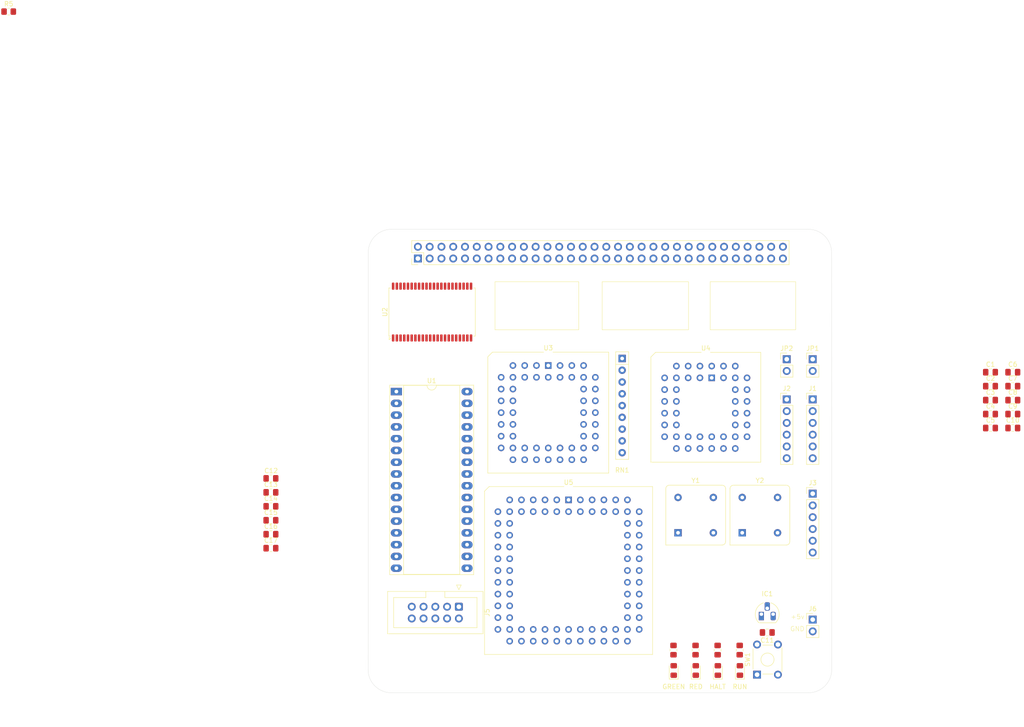
<source format=kicad_pcb>
(kicad_pcb (version 20240108) (generator "pcbnew") (generator_version "8.0")
  (layers (0 "F.Cu" signal) (1 "In1.Cu" power "In1.Cu -GND") (2 "In2.Cu" power "In2.Cu - VCC") (31 "B.Cu" signal) (34 "B.Paste" user) (35 "F.Paste" user) (36 "B.SilkS" user "B.Silkscreen") (37 "F.SilkS" user "F.Silkscreen") (38 "B.Mask" user) (39 "F.Mask" user) (44 "Edge.Cuts" user))
  (net 0 "")
  (net 1 "D5")
  (net 2 "D6")
  (net 3 "D7")
  (net 4 "D4")
  (net 5 "RAMSEL1")
  (net 6 "D2")
  (net 7 "RAMSEL3")
  (net 8 "D3")
  (net 9 "D1")
  (net 10 "RTSA")
  (net 11 "RAMSEL2")
  (net 12 "RTSB")
  (net 13 "RAMSEL4")
  (net 14 "D0")
  (net 15 "TDI")
  (net 16 "TCK")
  (net 17 "A8")
  (net 20 "A4")
  (net 22 "RW")
  (net 25 "A2")
  (net 27 "TMS")
  (net 28 "A19")
  (net 29 "A16")
  (net 30 "WR")
  (net 31 "A3")
  (net 32 "A12")
  (net 33 "A5")
  (net 34 "A1")
  (net 35 "A10")
  (net 36 "A18")
  (net 37 "A7")
  (net 38 "A17")
  (net 39 "A14")
  (net 40 "A9")
  (net 41 "A11")
  (net 42 "A6")
  (net 43 "A13")
  (net 46 "A20")
  (net 47 "A15")
  (net 48 "TDO")
  (net 49 "IPL2")
  (net 50 "BERR")
  (net 51 "IPL0")
  (net 52 "BGACK")
  (net 53 "BR")
  (net 54 "VPA")
  (net 55 "IPL1")
  (net 56 "ROMSEL")
  (net 57 "A0")
  (net 58 "BG")
  (net 59 "DTACK")
  (net 60 "FC2")
  (net 61 "FC0")
  (net 62 "E")
  (net 63 "DS")
  (net 64 "FC1")
  (net 65 "CLK")
  (net 66 "A21")
  (net 67 "AS")
  (net 74 "CTSA")
  (net 77 "CTSB")
  (net 78 "HALT")
  (net 79 "DUAIRQ")
  (net 80 "DUASEL")
  (net 81 "TXDA")
  (net 82 "IRQ2")
  (net 86 "Net-(C12-Pad1)")
  (net 90 "IOSEL")
  (net 93 "IRQ3")
  (net 94 "IRQ5")
  (net 96 "DUAIACK")
  (net 99 "Net-(LED3-A)")
  (net 100 "Net-(LED4-A)")
  (net 101 "IRQ6")
  (net 105 "VCCUA")
  (net 106 "RXDA")
  (net 107 "VCCUB")
  (net 108 "TXDB")
  (net 109 "RXDB")
  (net 110 "SPICS")
  (net 111 "SPICLK")
  (net 112 "SPIMISO")
  (net 113 "SPIMOSI")
  (net 115 "Net-(U4-OP3)")
  (net 116 "Net-(U4-OP5)")
  (net 117 "Net-(U4-X1{slash}CLK)")
  (net 118 "Net-(LED1-A)")
  (net 119 "Net-(LED2-A)")
  (net 120 "GPIO3")
  (net 121 "GPIO2")
  (net 122 "GPIO6")
  (net 123 "VCC")
  (net 125 "GPIO5")
  (net 126 "GPIO0")
  (net 127 "GPIO4")
  (net 128 "GPIO1")
  (net 130 "GPIO7")
  (net 131 "GND")
  (net 134 "Net-(C1-Pad1)")
  (footprint "LED_SMD:LED_0805_2012Metric_Pad1.15x1.40mm_HandSolder" (layer "F.Cu") (at 154.84 143.1 90)
    (property "Reference" "LED3" (hide yes))
    (property "Value" "HALT" (at -3.5 -0.04 180) (layer "F.SilkS"))
    (pad "1" smd roundrect (at -1.025 0 90) (size 1.15 1.4) (layers "F.Cu" "F.Paste" "F.Mask") (roundrect_rratio 0.217391) (net 78 "HALT"))
    (pad "2" smd roundrect (at 1.025 0 90) (size 1.15 1.4) (layers "F.Cu" "F.Paste" "F.Mask") (roundrect_rratio 0.217391) (net 99 "Net-(LED3-A)"))
  )
  (footprint "Package_DIP:DIP-32_W15.24mm_Socket_LongPads" (layer "F.Cu") (at 85.5 82.94)
    (property "Reference" "U1" (at 7.62 -2.33 0) (layer "F.SilkS"))
    (property "Value" "SST39SF040")
    (pad "1" thru_hole rect (at 0 0) (size 2.4 1.6) (drill 0.8) (layers "*.Cu" "*.Mask") (net 36 "A18"))
    (pad "2" thru_hole oval (at 0 2.54) (size 2.4 1.6) (drill 0.8) (layers "*.Cu" "*.Mask") (net 29 "A16"))
    (pad "3" thru_hole oval (at 0 5.08) (size 2.4 1.6) (drill 0.8) (layers "*.Cu" "*.Mask") (net 47 "A15"))
    (pad "4" thru_hole oval (at 0 7.62) (size 2.4 1.6) (drill 0.8) (layers "*.Cu" "*.Mask") (net 32 "A12"))
    (pad "5" thru_hole oval (at 0 10.16) (size 2.4 1.6) (drill 0.8) (layers "*.Cu" "*.Mask") (net 37 "A7"))
    (pad "6" thru_hole oval (at 0 12.7) (size 2.4 1.6) (drill 0.8) (layers "*.Cu" "*.Mask") (net 42 "A6"))
    (pad "7" thru_hole oval (at 0 15.24) (size 2.4 1.6) (drill 0.8) (layers "*.Cu" "*.Mask") (net 33 "A5"))
    (pad "8" thru_hole oval (at 0 17.78) (size 2.4 1.6) (drill 0.8) (layers "*.Cu" "*.Mask") (net 20 "A4"))
    (pad "9" thru_hole oval (at 0 20.32) (size 2.4 1.6) (drill 0.8) (layers "*.Cu" "*.Mask") (net 31 "A3"))
    (pad "10" thru_hole oval (at 0 22.86) (size 2.4 1.6) (drill 0.8) (layers "*.Cu" "*.Mask") (net 25 "A2"))
    (pad "11" thru_hole oval (at 0 25.4) (size 2.4 1.6) (drill 0.8) (layers "*.Cu" "*.Mask") (net 34 "A1"))
    (pad "12" thru_hole oval (at 0 27.94) (size 2.4 1.6) (drill 0.8) (layers "*.Cu" "*.Mask") (net 57 "A0"))
    (pad "13" thru_hole oval (at 0 30.48) (size 2.4 1.6) (drill 0.8) (layers "*.Cu" "*.Mask") (net 14 "D0"))
    (pad "14" thru_hole oval (at 0 33.02) (size 2.4 1.6) (drill 0.8) (layers "*.Cu" "*.Mask") (net 9 "D1"))
    (pad "15" thru_hole oval (at 0 35.56) (size 2.4 1.6) (drill 0.8) (layers "*.Cu" "*.Mask") (net 6 "D2"))
    (pad "16" thru_hole oval (at 0 38.1) (size 2.4 1.6) (drill 0.8) (layers "*.Cu" "*.Mask") (net 131 "GND"))
    (pad "17" thru_hole oval (at 15.24 38.1) (size 2.4 1.6) (drill 0.8) (layers "*.Cu" "*.Mask") (net 8 "D3"))
    (pad "18" thru_hole oval (at 15.24 35.56) (size 2.4 1.6) (drill 0.8) (layers "*.Cu" "*.Mask") (net 4 "D4"))
    (pad "19" thru_hole oval (at 15.24 33.02) (size 2.4 1.6) (drill 0.8) (layers "*.Cu" "*.Mask") (net 1 "D5"))
    (pad "20" thru_hole oval (at 15.24 30.48) (size 2.4 1.6) (drill 0.8) (layers "*.Cu" "*.Mask") (net 2 "D6"))
    (pad "21" thru_hole oval (at 15.24 27.94) (size 2.4 1.6) (drill 0.8) (layers "*.Cu" "*.Mask") (net 3 "D7"))
    (pad "22" thru_hole oval (at 15.24 25.4) (size 2.4 1.6) (drill 0.8) (layers "*.Cu" "*.Mask") (net 56 "ROMSEL"))
    (pad "23" thru_hole oval (at 15.24 22.86) (size 2.4 1.6) (drill 0.8) (layers "*.Cu" "*.Mask") (net 35 "A10"))
    (pad "24" thru_hole oval (at 15.24 20.32) (size 2.4 1.6) (drill 0.8) (layers "*.Cu" "*.Mask") (net 30 "WR"))
    (pad "25" thru_hole oval (at 15.24 17.78) (size 2.4 1.6) (drill 0.8) (layers "*.Cu" "*.Mask") (net 41 "A11"))
    (pad "26" thru_hole oval (at 15.24 15.24) (size 2.4 1.6) (drill 0.8) (layers "*.Cu" "*.Mask") (net 40 "A9"))
    (pad "27" thru_hole oval (at 15.24 12.7) (size 2.4 1.6) (drill 0.8) (layers "*.Cu" "*.Mask") (net 17 "A8"))
    (pad "28" thru_hole oval (at 15.24 10.16) (size 2.4 1.6) (drill 0.8) (layers "*.Cu" "*.Mask") (net 43 "A13"))
    (pad "29" thru_hole oval (at 15.24 7.62) (size 2.4 1.6) (drill 0.8) (layers "*.Cu" "*.Mask") (net 39 "A14"))
    (pad "30" thru_hole oval (at 15.24 5.08) (size 2.4 1.6) (drill 0.8) (layers "*.Cu" "*.Mask") (net 38 "A17"))
    (pad "31" thru_hole oval (at 15.24 2.54) (size 2.4 1.6) (drill 0.8) (layers "*.Cu" "*.Mask") (net 22 "RW"))
    (pad "32" thru_hole oval (at 15.24 0) (size 2.4 1.6) (drill 0.8) (layers "*.Cu" "*.Mask") (net 123 "VCC"))
  )
  (footprint "Connector_PinHeader_2.54mm:PinHeader_1x02_P2.54mm_Vertical" (layer "F.Cu") (at 175.3 75.96)
    (property "Reference" "JP1" (at 0 -2.33 0) (layer "F.SilkS"))
    (property "Value" "Power A")
    (pad "1" thru_hole rect (at 0 0) (size 1.7 1.7) (drill 1) (layers "*.Cu" "*.Mask") (net 105 "VCCUA"))
    (pad "2" thru_hole oval (at 0 2.54) (size 1.7 1.7) (drill 1) (layers "*.Cu" "*.Mask") (net 123 "VCC"))
  )
  (footprint "Package_LCC:PLCC-52_THT-Socket" (layer "F.Cu") (at 118.26 77.32)
    (property "Reference" "U3" (at 0 -3.78 0) (layer "F.SilkS"))
    (property "Value" "MC68008")
    (pad "1" thru_hole rect (at 0 0) (size 1.4224 1.4224) (drill 0.8) (layers "*.Cu" "*.Mask") (net 25 "A2"))
    (pad "2" thru_hole circle (at 0 2.54) (size 1.4224 1.4224) (drill 0.8) (layers "*.Cu" "*.Mask") (net 31 "A3"))
    (pad "3" thru_hole circle (at -2.54 0) (size 1.4224 1.4224) (drill 0.8) (layers "*.Cu" "*.Mask") (net 20 "A4"))
    (pad "4" thru_hole circle (at -2.54 2.54) (size 1.4224 1.4224) (drill 0.8) (layers "*.Cu" "*.Mask") (net 33 "A5"))
    (pad "5" thru_hole circle (at -5.08 0) (size 1.4224 1.4224) (drill 0.8) (layers "*.Cu" "*.Mask") (net 42 "A6"))
    (pad "6" thru_hole circle (at -5.08 2.54) (size 1.4224 1.4224) (drill 0.8) (layers "*.Cu" "*.Mask") (net 37 "A7"))
    (pad "7" thru_hole circle (at -7.62 0) (size 1.4224 1.4224) (drill 0.8) (layers "*.Cu" "*.Mask") (net 17 "A8"))
    (pad "8" thru_hole circle (at -10.16 2.54) (size 1.4224 1.4224) (drill 0.8) (layers "*.Cu" "*.Mask") (net 40 "A9"))
    (pad "9" thru_hole circle (at -7.62 2.54) (size 1.4224 1.4224) (drill 0.8) (layers "*.Cu" "*.Mask") (net 35 "A10"))
    (pad "10" thru_hole circle (at -10.16 5.08) (size 1.4224 1.4224) (drill 0.8) (layers "*.Cu" "*.Mask") (net 41 "A11"))
    (pad "11" thru_hole circle (at -7.62 5.08) (size 1.4224 1.4224) (drill 0.8) (layers "*.Cu" "*.Mask") (net 32 "A12"))
    (pad "12" thru_hole circle (at -10.16 7.62) (size 1.4224 1.4224) (drill 0.8) (layers "*.Cu" "*.Mask") (net 43 "A13"))
    (pad "13" thru_hole circle (at -7.62 7.62) (size 1.4224 1.4224) (drill 0.8) (layers "*.Cu" "*.Mask") (net 66 "A21"))
    (pad "14" thru_hole circle (at -10.16 10.16) (size 1.4224 1.4224) (drill 0.8) (layers "*.Cu" "*.Mask") (net 39 "A14"))
    (pad "15" thru_hole circle (at -7.62 10.16) (size 1.4224 1.4224) (drill 0.8) (layers "*.Cu" "*.Mask") (net 123 "VCC"))
    (pad "16" thru_hole circle (at -10.16 12.7) (size 1.4224 1.4224) (drill 0.8) (layers "*.Cu" "*.Mask") (net 47 "A15"))
    (pad "17" thru_hole circle (at -7.62 12.7) (size 1.4224 1.4224) (drill 0.8) (layers "*.Cu" "*.Mask") (net 131 "GND"))
    (pad "18" thru_hole circle (at -10.16 15.24) (size 1.4224 1.4224) (drill 0.8) (layers "*.Cu" "*.Mask") (net 29 "A16"))
    (pad "19" thru_hole circle (at -7.62 15.24) (size 1.4224 1.4224) (drill 0.8) (layers "*.Cu" "*.Mask") (net 38 "A17"))
    (pad "20" thru_hole circle (at -10.16 17.78) (size 1.4224 1.4224) (drill 0.8) (layers "*.Cu" "*.Mask") (net 36 "A18"))
    (pad "21" thru_hole circle (at -7.62 20.32) (size 1.4224 1.4224) (drill 0.8) (layers "*.Cu" "*.Mask") (net 28 "A19"))
    (pad "22" thru_hole circle (at -7.62 17.78) (size 1.4224 1.4224) (drill 0.8) (layers "*.Cu" "*.Mask") (net 46 "A20"))
    (pad "23" thru_hole circle (at -5.08 20.32) (size 1.4224 1.4224) (drill 0.8) (layers "*.Cu" "*.Mask") (net 3 "D7"))
    (pad "24" thru_hole circle (at -5.08 17.78) (size 1.4224 1.4224) (drill 0.8) (layers "*.Cu" "*.Mask") (net 2 "D6"))
    (pad "25" thru_hole circle (at -2.54 20.32) (size 1.4224 1.4224) (drill 0.8) (layers "*.Cu" "*.Mask") (net 1 "D5"))
    (pad "26" thru_hole circle (at -2.54 17.78) (size 1.4224 1.4224) (drill 0.8) (layers "*.Cu" "*.Mask") (net 4 "D4"))
    (pad "27" thru_hole circle (at 0 20.32) (size 1.4224 1.4224) (drill 0.8) (layers "*.Cu" "*.Mask") (net 8 "D3"))
    (pad "28" thru_hole circle (at 0 17.78) (size 1.4224 1.4224) (drill 0.8) (layers "*.Cu" "*.Mask") (net 6 "D2"))
    (pad "29" thru_hole circle (at 2.54 20.32) (size 1.4224 1.4224) (drill 0.8) (layers "*.Cu" "*.Mask") (net 9 "D1"))
    (pad "30" thru_hole circle (at 2.54 17.78) (size 1.4224 1.4224) (drill 0.8) (layers "*.Cu" "*.Mask") (net 14 "D0"))
    (pad "31" thru_hole circle (at 5.08 20.32) (size 1.4224 1.4224) (drill 0.8) (layers "*.Cu" "*.Mask") (net 67 "AS"))
    (pad "32" thru_hole circle (at 5.08 17.78) (size 1.4224 1.4224) (drill 0.8) (layers "*.Cu" "*.Mask") (net 63 "DS"))
    (pad "33" thru_hole circle (at 7.62 20.32) (size 1.4224 1.4224) (drill 0.8) (layers "*.Cu" "*.Mask") (net 22 "RW"))
    (pad "34" thru_hole circle (at 10.16 17.78) (size 1.4224 1.4224) (drill 0.8) (layers "*.Cu" "*.Mask") (net 59 "DTACK"))
    (pad "35" thru_hole circle (at 7.62 17.78) (size 1.4224 1.4224) (drill 0.8) (layers "*.Cu" "*.Mask") (net 58 "BG"))
    (pad "36" thru_hole circle (at 10.16 15.24) (size 1.4224 1.4224) (drill 0.8) (layers "*.Cu" "*.Mask") (net 52 "BGACK"))
    (pad "37" thru_hole circle (at 7.62 15.24) (size 1.4224 1.4224) (drill 0.8) (layers "*.Cu" "*.Mask") (net 53 "BR"))
    (pad "38" thru_hole circle (at 10.16 12.7) (size 1.4224 1.4224) (drill 0.8) (layers "*.Cu" "*.Mask") (net 65 "CLK"))
    (pad "39" thru_hole circle (at 7.62 12.7) (size 1.4224 1.4224) (drill 0.8) (layers "*.Cu" "*.Mask") (net 131 "GND"))
    (pad "40" thru_hole circle (at 10.16 10.16) (size 1.4224 1.4224) (drill 0.8) (layers "*.Cu" "*.Mask") (net 78 "HALT"))
    (pad "41" thru_hole circle (at 7.62 10.16) (size 1.4224 1.4224) (drill 0.8) (layers "*.Cu" "*.Mask") (net 78 "HALT"))
    (pad "42" thru_hole circle (at 10.16 7.62) (size 1.4224 1.4224) (drill 0.8) (layers "*.Cu" "*.Mask") (net 62 "E"))
    (pad "43" thru_hole circle (at 7.62 7.62) (size 1.4224 1.4224) (drill 0.8) (layers "*.Cu" "*.Mask") (net 54 "VPA"))
    (pad "44" thru_hole circle (at 10.16 5.08) (size 1.4224 1.4224) (drill 0.8) (layers "*.Cu" "*.Mask") (net 50 "BERR"))
    (pad "45" thru_hole circle (at 7.62 5.08) (size 1.4224 1.4224) (drill 0.8) (layers "*.Cu" "*.Mask") (net 55 "IPL1"))
    (pad "46" thru_hole circle (at 10.16 2.54) (size 1.4224 1.4224) (drill 0.8) (layers "*.Cu" "*.Mask") (net 49 "IPL2"))
    (pad "47" thru_hole circle (at 7.62 0) (size 1.4224 1.4224) (drill 0.8) (layers "*.Cu" "*.Mask") (net 51 "IPL0"))
    (pad "48" thru_hole circle (at 7.62 2.54) (size 1.4224 1.4224) (drill 0.8) (layers "*.Cu" "*.Mask") (net 60 "FC2"))
    (pad "49" thru_hole circle (at 5.08 0) (size 1.4224 1.4224) (drill 0.8) (layers "*.Cu" "*.Mask") (net 64 "FC1"))
    (pad "50" thru_hole circle (at 5.08 2.54) (size 1.4224 1.4224) (drill 0.8) (layers "*.Cu" "*.Mask") (net 61 "FC0"))
    (pad "51" thru_hole circle (at 2.54 0) (size 1.4224 1.4224) (drill 0.8) (layers "*.Cu" "*.Mask") (net 57 "A0"))
    (pad "52" thru_hole circle (at 2.54 2.54) (size 1.4224 1.4224) (drill 0.8) (layers "*.Cu" "*.Mask") (net 34 "A1"))
  )
  (footprint "LED_SMD:LED_0805_2012Metric_Pad1.15x1.40mm_HandSolder" (layer "F.Cu") (at 159.6 143.1 90)
    (property "Reference" "LED4" (hide yes))
    (property "Value" "RUN" (at -3.5 0 180) (layer "F.SilkS"))
    (pad "1" smd roundrect (at -1.025 0 90) (size 1.15 1.4) (layers "F.Cu" "F.Paste" "F.Mask") (roundrect_rratio 0.217391) (net 131 "GND"))
    (pad "2" smd roundrect (at 1.025 0 90) (size 1.15 1.4) (layers "F.Cu" "F.Paste" "F.Mask") (roundrect_rratio 0.217391) (net 100 "Net-(LED4-A)"))
  )
  (footprint "Capacitor_SMD:C_0805_2012Metric_Pad1.18x1.45mm_HandSolder" (layer "F.Cu") (at 58.4375 110.7)
    (property "Reference" "C15" (at 0 -1.68 0) (layer "F.SilkS"))
    (property "Value" "100uF")
    (pad "1" smd roundrect (at -1.0375 0) (size 1.175 1.45) (layers "F.Cu" "F.Paste" "F.Mask") (roundrect_rratio 0.212766) (net 86 "Net-(C12-Pad1)"))
    (pad "2" smd roundrect (at 1.0375 0) (size 1.175 1.45) (layers "F.Cu" "F.Paste" "F.Mask") (roundrect_rratio 0.212766) (net 86 "Net-(C12-Pad1)"))
  )
  (footprint "Capacitor_SMD:C_0805_2012Metric_Pad1.18x1.45mm_HandSolder" (layer "F.Cu") (at 213.6525 90.8)
    (property "Reference" "C5" (at 0 -1.68 0) (layer "F.SilkS"))
    (property "Value" "100uF")
    (pad "1" smd roundrect (at -1.0375 0) (size 1.175 1.45) (layers "F.Cu" "F.Paste" "F.Mask") (roundrect_rratio 0.212766) (net 134 "Net-(C1-Pad1)"))
    (pad "2" smd roundrect (at 1.0375 0) (size 1.175 1.45) (layers "F.Cu" "F.Paste" "F.Mask") (roundrect_rratio 0.212766) (net 134 "Net-(C1-Pad1)"))
  )
  (footprint "Connector_PinHeader_2.54mm:PinHeader_2x32_P2.54mm_Vertical" (layer "F.Cu") (at 90.14 54.24 90)
    (property "Reference" "J4" (hide yes))
    (property "Value" "Conn_02x32_Odd_Even")
    (pad "1" thru_hole rect (at 0 0 90) (size 1.7 1.7) (drill 1) (layers "*.Cu" "*.Mask") (net 57 "A0"))
    (pad "2" thru_hole oval (at 2.54 0 90) (size 1.7 1.7) (drill 1) (layers "*.Cu" "*.Mask") (net 123 "VCC"))
    (pad "3" thru_hole oval (at 0 2.54 90) (size 1.7 1.7) (drill 1) (layers "*.Cu" "*.Mask") (net 34 "A1"))
    (pad "4" thru_hole oval (at 2.54 2.54 90) (size 1.7 1.7) (drill 1) (layers "*.Cu" "*.Mask") (net 65 "CLK"))
    (pad "5" thru_hole oval (at 0 5.08 90) (size 1.7 1.7) (drill 1) (layers "*.Cu" "*.Mask") (net 25 "A2"))
    (pad "6" thru_hole oval (at 2.54 5.08 90) (size 1.7 1.7) (drill 1) (layers "*.Cu" "*.Mask") (net 131 "GND"))
    (pad "7" thru_hole oval (at 0 7.62 90) (size 1.7 1.7) (drill 1) (layers "*.Cu" "*.Mask") (net 31 "A3"))
    (pad "8" thru_hole oval (at 2.54 7.62 90) (size 1.7 1.7) (drill 1) (layers "*.Cu" "*.Mask") (net 54 "VPA"))
    (pad "9" thru_hole oval (at 0 10.16 90) (size 1.7 1.7) (drill 1) (layers "*.Cu" "*.Mask") (net 20 "A4"))
    (pad "10" thru_hole oval (at 2.54 10.16 90) (size 1.7 1.7) (drill 1) (layers "*.Cu" "*.Mask") (net 62 "E"))
    (pad "11" thru_hole oval (at 0 12.7 90) (size 1.7 1.7) (drill 1) (layers "*.Cu" "*.Mask") (net 33 "A5"))
    (pad "12" thru_hole oval (at 2.54 12.7 90) (size 1.7 1.7) (drill 1) (layers "*.Cu" "*.Mask"))
    (pad "13" thru_hole oval (at 0 15.24 90) (size 1.7 1.7) (drill 1) (layers "*.Cu" "*.Mask") (net 42 "A6"))
    (pad "14" thru_hole oval (at 2.54 15.24 90) (size 1.7 1.7) (drill 1) (layers "*.Cu" "*.Mask") (net 93 "IRQ3"))
    (pad "15" thru_hole oval (at 0 17.78 90) (size 1.7 1.7) (drill 1) (layers "*.Cu" "*.Mask") (net 37 "A7"))
    (pad "16" thru_hole oval (at 2.54 17.78 90) (size 1.7 1.7) (drill 1) (layers "*.Cu" "*.Mask") (net 90 "IOSEL"))
    (pad "17" thru_hole oval (at 0 20.32 90) (size 1.7 1.7) (drill 1) (layers "*.Cu" "*.Mask") (net 17 "A8"))
    (pad "18" thru_hole oval (at 2.54 20.32 90) (size 1.7 1.7) (drill 1) (layers "*.Cu" "*.Mask"))
    (pad "19" thru_hole oval (at 0 22.86 90) (size 1.7 1.7) (drill 1) (layers "*.Cu" "*.Mask") (net 40 "A9"))
    (pad "20" thru_hole oval (at 2.54 22.86 90) (size 1.7 1.7) (drill 1) (layers "*.Cu" "*.Mask") (net 61 "FC0"))
    (pad "21" thru_hole oval (at 0 25.4 90) (size 1.7 1.7) (drill 1) (layers "*.Cu" "*.Mask") (net 35 "A10"))
    (pad "22" thru_hole oval (at 2.54 25.4 90) (size 1.7 1.7) (drill 1) (layers "*.Cu" "*.Mask") (net 64 "FC1"))
    (pad "23" thru_hole oval (at 0 27.94 90) (size 1.7 1.7) (drill 1) (layers "*.Cu" "*.Mask") (net 41 "A11"))
    (pad "24" thru_hole oval (at 2.54 27.94 90) (size 1.7 1.7) (drill 1) (layers "*.Cu" "*.Mask") (net 60 "FC2"))
    (pad "25" thru_hole oval (at 0 30.48 90) (size 1.7 1.7) (drill 1) (layers "*.Cu" "*.Mask") (net 32 "A12"))
    (pad "26" thru_hole oval (at 2.54 30.48 90) (size 1.7 1.7) (drill 1) (layers "*.Cu" "*.Mask") (net 94 "IRQ5"))
    (pad "27" thru_hole oval (at 0 33.02 90) (size 1.7 1.7) (drill 1) (layers "*.Cu" "*.Mask") (net 43 "A13"))
    (pad "28" thru_hole oval (at 2.54 33.02 90) (size 1.7 1.7) (drill 1) (layers "*.Cu" "*.Mask") (net 82 "IRQ2"))
    (pad "29" thru_hole oval (at 0 35.56 90) (size 1.7 1.7) (drill 1) (layers "*.Cu" "*.Mask") (net 39 "A14"))
    (pad "30" thru_hole oval (at 2.54 35.56 90) (size 1.7 1.7) (drill 1) (layers "*.Cu" "*.Mask") (net 101 "IRQ6"))
    (pad "31" thru_hole oval (at 0 38.1 90) (size 1.7 1.7) (drill 1) (layers "*.Cu" "*.Mask") (net 47 "A15"))
    (pad "32" thru_hole oval (at 2.54 38.1 90) (size 1.7 1.7) (drill 1) (layers "*.Cu" "*.Mask") (net 63 "DS"))
    (pad "33" thru_hole oval (at 0 40.64 90) (size 1.7 1.7) (drill 1) (layers "*.Cu" "*.Mask") (net 29 "A16"))
    (pad "34" thru_hole oval (at 2.54 40.64 90) (size 1.7 1.7) (drill 1) (layers "*.Cu" "*.Mask"))
    (pad "35" thru_hole oval (at 0 43.18 90) (size 1.7 1.7) (drill 1) (layers "*.Cu" "*.Mask") (net 38 "A17"))
    (pad "36" thru_hole oval (at 2.54 43.18 90) (size 1.7 1.7) (drill 1) (layers "*.Cu" "*.Mask") (net 78 "HALT"))
    (pad "37" thru_hole oval (at 0 45.72 90) (size 1.7 1.7) (drill 1) (layers "*.Cu" "*.Mask") (net 36 "A18"))
    (pad "38" thru_hole oval (at 2.54 45.72 90) (size 1.7 1.7) (drill 1) (layers "*.Cu" "*.Mask") (net 126 "GPIO0"))
    (pad "39" thru_hole oval (at 0 48.26 90) (size 1.7 1.7) (drill 1) (layers "*.Cu" "*.Mask") (net 28 "A19"))
    (pad "40" thru_hole oval (at 2.54 48.26 90) (size 1.7 1.7) (drill 1) (layers "*.Cu" "*.Mask") (net 128 "GPIO1"))
    (pad "41" thru_hole oval (at 0 50.8 90) (size 1.7 1.7) (drill 1) (layers "*.Cu" "*.Mask") (net 46 "A20"))
    (pad "42" thru_hole oval (at 2.54 50.8 90) (size 1.7 1.7) (drill 1) (layers "*.Cu" "*.Mask") (net 121 "GPIO2"))
    (pad "43" thru_hole oval (at 0 53.34 90) (size 1.7 1.7) (drill 1) (layers "*.Cu" "*.Mask") (net 66 "A21"))
    (pad "44" thru_hole oval (at 2.54 53.34 90) (size 1.7 1.7) (drill 1) (layers "*.Cu" "*.Mask") (net 120 "GPIO3"))
    (pad "45" thru_hole oval (at 0 55.88 90) (size 1.7 1.7) (drill 1) (layers "*.Cu" "*.Mask"))
    (pad "46" thru_hole oval (at 2.54 55.88 90) (size 1.7 1.7) (drill 1) (layers "*.Cu" "*.Mask") (net 127 "GPIO4"))
    (pad "47" thru_hole oval (at 0 58.42 90) (size 1.7 1.7) (drill 1) (layers "*.Cu" "*.Mask") (net 67 "AS"))
    (pad "48" thru_hole oval (at 2.54 58.42 90) (size 1.7 1.7) (drill 1) (layers "*.Cu" "*.Mask") (net 125 "GPIO5"))
    (pad "49" thru_hole oval (at 0 60.96 90) (size 1.7 1.7) (drill 1) (layers "*.Cu" "*.Mask") (net 50 "BERR"))
    (pad "50" thru_hole oval (at 2.54 60.96 90) (size 1.7 1.7) (drill 1) (layers "*.Cu" "*.Mask") (net 122 "GPIO6"))
    (pad "51" thru_hole oval (at 0 63.5 90) (size 1.7 1.7) (drill 1) (layers "*.Cu" "*.Mask") (net 58 "BG"))
    (pad "52" thru_hole oval (at 2.54 63.5 90) (size 1.7 1.7) (drill 1) (layers "*.Cu" "*.Mask") (net 130 "GPIO7"))
    (pad "53" thru_hole oval (at 0 66.04 90) (size 1.7 1.7) (drill 1) (layers "*.Cu" "*.Mask") (net 52 "BGACK"))
    (pad "54" thru_hole oval (at 2.54 66.04 90) (size 1.7 1.7) (drill 1) (layers "*.Cu" "*.Mask") (net 3 "D7"))
    (pad "55" thru_hole oval (at 0 68.58 90) (size 1.7 1.7) (drill 1) (layers "*.Cu" "*.Mask") (net 53 "BR"))
    (pad "56" thru_hole oval (at 2.54 68.58 90) (size 1.7 1.7) (drill 1) (layers "*.Cu" "*.Mask") (net 2 "D6"))
    (pad "57" thru_hole oval (at 0 71.12 90) (size 1.7 1.7) (drill 1) (layers "*.Cu" "*.Mask") (net 59 "DTACK"))
    (pad "58" thru_hole oval (at 2.54 71.12 90) (size 1.7 1.7) (drill 1) (layers "*.Cu" "*.Mask") (net 1 "D5"))
    (pad "59" thru_hole oval (at 0 73.66 90) (size 1.7 1.7) (drill 1) (layers "*.Cu" "*.Mask") (net 22 "RW"))
    (pad "60" thru_hole oval (at 2.54 73.66 90) (size 1.7 1.7) (drill 1) (layers "*.Cu" "*.Mask") (net 4 "D4"))
    (pad "61" thru_hole oval (at 0 76.2 90) (size 1.7 1.7) (drill 1) (layers "*.Cu" "*.Mask") (net 14 "D0"))
    (pad "62" thru_hole oval (at 2.54 76.2 90) (size 1.7 1.7) (drill 1) (layers "*.Cu" "*.Mask") (net 8 "D3"))
    (pad "63" thru_hole oval (at 0 78.74 90) (size 1.7 1.7) (drill 1) (layers "*.Cu" "*.Mask") (net 9 "D1"))
    (pad "64" thru_hole oval (at 2.54 78.74 90) (size 1.7 1.7) (drill 1) (layers "*.Cu" "*.Mask") (net 6 "D2"))
  )
  (footprint "MountingHole:MountingHole_3.2mm_M3" (layer "F.Cu") (at 84.4 142.9)
    (property "Reference" "H3" (hide yes))
    (property "Value" "MountingHole")
    (pad "" np_thru_hole circle (at 0 0) (size 3.2 3.2) (drill 3.2) (layers "*.Cu" "*.Mask"))
  )
  (footprint "MountingHole:MountingHole_3.2mm_M3" (layer "F.Cu") (at 174.4 53)
    (property "Reference" "H2" (hide yes))
    (property "Value" "MountingHole")
    (pad "" np_thru_hole circle (at 0 0) (size 3.2 3.2) (drill 3.2) (layers "*.Cu" "*.Mask"))
  )
  (footprint "Connector_PinHeader_2.54mm:PinHeader_1x06_P2.54mm_Vertical" (layer "F.Cu") (at 169.7 84.62)
    (property "Reference" "J2" (at 0 -2.33 0) (layer "F.SilkS"))
    (property "Value" "UART B")
    (pad "1" thru_hole rect (at 0 0) (size 1.7 1.7) (drill 1) (layers "*.Cu" "*.Mask") (net 131 "GND"))
    (pad "2" thru_hole oval (at 0 2.54) (size 1.7 1.7) (drill 1) (layers "*.Cu" "*.Mask") (net 12 "RTSB"))
    (pad "3" thru_hole oval (at 0 5.08) (size 1.7 1.7) (drill 1) (layers "*.Cu" "*.Mask") (net 107 "VCCUB"))
    (pad "4" thru_hole oval (at 0 7.62) (size 1.7 1.7) (drill 1) (layers "*.Cu" "*.Mask") (net 109 "RXDB"))
    (pad "5" thru_hole oval (at 0 10.16) (size 1.7 1.7) (drill 1) (layers "*.Cu" "*.Mask") (net 108 "TXDB"))
    (pad "6" thru_hole oval (at 0 12.7) (size 1.7 1.7) (drill 1) (layers "*.Cu" "*.Mask") (net 77 "CTSB"))
  )
  (footprint "Capacitor_SMD:C_0805_2012Metric_Pad1.18x1.45mm_HandSolder" (layer "F.Cu") (at 213.6525 78.76)
    (property "Reference" "C1" (at 0 -1.68 0) (layer "F.SilkS"))
    (property "Value" "100uF")
    (pad "1" smd roundrect (at -1.0375 0) (size 1.175 1.45) (layers "F.Cu" "F.Paste" "F.Mask") (roundrect_rratio 0.212766) (net 134 "Net-(C1-Pad1)"))
    (pad "2" smd roundrect (at 1.0375 0) (size 1.175 1.45) (layers "F.Cu" "F.Paste" "F.Mask") (roundrect_rratio 0.212766) (net 134 "Net-(C1-Pad1)"))
  )
  (footprint "Resistor_SMD:R_0805_2012Metric_Pad1.20x1.40mm_HandSolder" (layer "F.Cu") (at 159.555 138.7 -90)
    (property "Reference" "R4" (hide yes))
    (property "Value" "1K")
    (pad "1" smd roundrect (at -1 0 270) (size 1.2 1.4) (layers "F.Cu" "F.Paste" "F.Mask") (roundrect_rratio 0.208333) (net 78 "HALT"))
    (pad "2" smd roundrect (at 1 0 270) (size 1.2 1.4) (layers "F.Cu" "F.Paste" "F.Mask") (roundrect_rratio 0.208333) (net 100 "Net-(LED4-A)"))
  )
  (footprint "Capacitor_SMD:C_0805_2012Metric_Pad1.18x1.45mm_HandSolder" (layer "F.Cu") (at 58.4375 113.71)
    (property "Reference" "C16" (at 0 -1.68 0) (layer "F.SilkS"))
    (property "Value" "100uF")
    (pad "1" smd roundrect (at -1.0375 0) (size 1.175 1.45) (layers "F.Cu" "F.Paste" "F.Mask") (roundrect_rratio 0.212766) (net 86 "Net-(C12-Pad1)"))
    (pad "2" smd roundrect (at 1.0375 0) (size 1.175 1.45) (layers "F.Cu" "F.Paste" "F.Mask") (roundrect_rratio 0.212766) (net 86 "Net-(C12-Pad1)"))
  )
  (footprint "Resistor_SMD:R_0805_2012Metric_Pad1.20x1.40mm_HandSolder" (layer "F.Cu") (at 1.875 0.975)
    (property "Reference" "R5" (at 0 -1.65 0) (layer "F.SilkS"))
    (property "Value" "10K")
    (pad "1" smd roundrect (at -1 0) (size 1.2 1.4) (layers "F.Cu" "F.Paste" "F.Mask") (roundrect_rratio 0.208333) (net 123 "VCC"))
    (pad "2" smd roundrect (at 1 0) (size 1.2 1.4) (layers "F.Cu" "F.Paste" "F.Mask") (roundrect_rratio 0.208333) (net 54 "VPA"))
  )
  (footprint "MountingHole:MountingHole_3.2mm_M3" (layer "F.Cu") (at 84.4 53)
    (property "Reference" "H1" (hide yes))
    (property "Value" "MountingHole")
    (pad "" np_thru_hole circle (at 0 0) (size 3.2 3.2) (drill 3.2) (layers "*.Cu" "*.Mask"))
  )
  (footprint "Connector_PinHeader_2.54mm:PinHeader_1x06_P2.54mm_Vertical" (layer "F.Cu") (at 175.3 84.62)
    (property "Reference" "J1" (at 0 -2.33 0) (layer "F.SilkS"))
    (property "Value" "UART A")
    (pad "1" thru_hole rect (at 0 0) (size 1.7 1.7) (drill 1) (layers "*.Cu" "*.Mask") (net 131 "GND"))
    (pad "2" thru_hole oval (at 0 2.54) (size 1.7 1.7) (drill 1) (layers "*.Cu" "*.Mask") (net 10 "RTSA"))
    (pad "3" thru_hole oval (at 0 5.08) (size 1.7 1.7) (drill 1) (layers "*.Cu" "*.Mask") (net 105 "VCCUA"))
    (pad "4" thru_hole oval (at 0 7.62) (size 1.7 1.7) (drill 1) (layers "*.Cu" "*.Mask") (net 106 "RXDA"))
    (pad "5" thru_hole oval (at 0 10.16) (size 1.7 1.7) (drill 1) (layers "*.Cu" "*.Mask") (net 81 "TXDA"))
    (pad "6" thru_hole oval (at 0 12.7) (size 1.7 1.7) (drill 1) (layers "*.Cu" "*.Mask") (net 74 "CTSA"))
  )
  (footprint "MountingHole:MountingHole_3.2mm_M3" (layer "F.Cu") (at 174.3 142.9)
    (property "Reference" "H4" (hide yes))
    (property "Value" "MountingHole")
    (pad "" np_thru_hole circle (at 0 0) (size 3.2 3.2) (drill 3.2) (layers "*.Cu" "*.Mask"))
  )
  (footprint "Capacitor_SMD:C_0805_2012Metric_Pad1.18x1.45mm_HandSolder" (layer "F.Cu") (at 218.4625 84.78)
    (property "Reference" "C8" (at 0 -1.68 0) (layer "F.SilkS"))
    (property "Value" "100uF")
    (pad "1" smd roundrect (at -1.0375 0) (size 1.175 1.45) (layers "F.Cu" "F.Paste" "F.Mask") (roundrect_rratio 0.212766) (net 134 "Net-(C1-Pad1)"))
    (pad "2" smd roundrect (at 1.0375 0) (size 1.175 1.45) (layers "F.Cu" "F.Paste" "F.Mask") (roundrect_rratio 0.212766) (net 134 "Net-(C1-Pad1)"))
  )
  (footprint "Capacitor_SMD:C_0805_2012Metric_Pad1.18x1.45mm_HandSolder" (layer "F.Cu") (at 218.4625 87.79)
    (property "Reference" "C9" (at 0 -1.68 0) (layer "F.SilkS"))
    (property "Value" "100uF")
    (pad "1" smd roundrect (at -1.0375 0) (size 1.175 1.45) (layers "F.Cu" "F.Paste" "F.Mask") (roundrect_rratio 0.212766) (net 134 "Net-(C1-Pad1)"))
    (pad "2" smd roundrect (at 1.0375 0) (size 1.175 1.45) (layers "F.Cu" "F.Paste" "F.Mask") (roundrect_rratio 0.212766) (net 134 "Net-(C1-Pad1)"))
  )
  (footprint "Resistor_SMD:R_0805_2012Metric_Pad1.20x1.40mm_HandSolder" (layer "F.Cu") (at 154.795 138.7 -90)
    (property "Reference" "R1" (hide yes))
    (property "Value" "1K")
    (pad "1" smd roundrect (at -1 0 270) (size 1.2 1.4) (layers "F.Cu" "F.Paste" "F.Mask") (roundrect_rratio 0.208333) (net 123 "VCC"))
    (pad "2" smd roundrect (at 1 0 270) (size 1.2 1.4) (layers "F.Cu" "F.Paste" "F.Mask") (roundrect_rratio 0.208333) (net 99 "Net-(LED3-A)"))
  )
  (footprint "Capacitor_SMD:C_0805_2012Metric_Pad1.18x1.45mm_HandSolder" (layer "F.Cu") (at 58.4375 104.68)
    (property "Reference" "C13" (at 0 -1.68 0) (layer "F.SilkS"))
    (property "Value" "100uF")
    (pad "1" smd roundrect (at -1.0375 0) (size 1.175 1.45) (layers "F.Cu" "F.Paste" "F.Mask") (roundrect_rratio 0.212766) (net 86 "Net-(C12-Pad1)"))
    (pad "2" smd roundrect (at 1.0375 0) (size 1.175 1.45) (layers "F.Cu" "F.Paste" "F.Mask") (roundrect_rratio 0.212766) (net 86 "Net-(C12-Pad1)"))
  )
  (footprint "Oscillator:Oscillator_DIP-8" (layer "F.Cu") (at 160.1 113.4)
    (property "Reference" "Y2" (at 3.81 -11.26 0) (layer "F.SilkS"))
    (property "Value" "3.6864MHz")
    (pad "1" thru_hole rect (at 0 0) (size 1.6 1.6) (drill 0.8) (layers "*.Cu" "*.Mask"))
    (pad "4" thru_hole circle (at 7.62 0) (size 1.6 1.6) (drill 0.8) (layers "*.Cu" "*.Mask") (net 131 "GND"))
    (pad "5" thru_hole circle (at 7.62 -7.62) (size 1.6 1.6) (drill 0.8) (layers "*.Cu" "*.Mask") (net 117 "Net-(U4-X1{slash}CLK)"))
    (pad "8" thru_hole circle (at 0 -7.62) (size 1.6 1.6) (drill 0.8) (layers "*.Cu" "*.Mask") (net 123 "VCC"))
  )
  (footprint "Capacitor_SMD:C_0805_2012Metric_Pad1.18x1.45mm_HandSolder" (layer "F.Cu") (at 58.4375 107.69)
    (property "Reference" "C14" (at 0 -1.68 0) (layer "F.SilkS"))
    (property "Value" "100uF")
    (pad "1" smd roundrect (at -1.0375 0) (size 1.175 1.45) (layers "F.Cu" "F.Paste" "F.Mask") (roundrect_rratio 0.212766) (net 86 "Net-(C12-Pad1)"))
    (pad "2" smd roundrect (at 1.0375 0) (size 1.175 1.45) (layers "F.Cu" "F.Paste" "F.Mask") (roundrect_rratio 0.212766) (net 86 "Net-(C12-Pad1)"))
  )
  (footprint "Connector_PinHeader_2.54mm:PinHeader_1x02_P2.54mm_Vertical" (layer "F.Cu") (at 175.3 132.125)
    (property "Reference" "J6" (at 0 -2.33 0) (layer "F.SilkS"))
    (property "Value" "Conn_01x02_Pin")
    (pad "1" thru_hole rect (at 0 0) (size 1.7 1.7) (drill 1) (layers "*.Cu" "*.Mask") (net 123 "VCC"))
    (pad "2" thru_hole oval (at 0 2.54) (size 1.7 1.7) (drill 1) (layers "*.Cu" "*.Mask") (net 131 "GND"))
  )
  (footprint "Capacitor_SMD:C_0805_2012Metric_Pad1.18x1.45mm_HandSolder" (layer "F.Cu") (at 213.6525 81.77)
    (property "Reference" "C2" (at 0 -1.68 0) (layer "F.SilkS"))
    (property "Value" "100uF")
    (pad "1" smd roundrect (at -1.0375 0) (size 1.175 1.45) (layers "F.Cu" "F.Paste" "F.Mask") (roundrect_rratio 0.212766) (net 134 "Net-(C1-Pad1)"))
    (pad "2" smd roundrect (at 1.0375 0) (size 1.175 1.45) (layers "F.Cu" "F.Paste" "F.Mask") (roundrect_rratio 0.212766) (net 134 "Net-(C1-Pad1)"))
  )
  (footprint "Oscillator:Oscillator_DIP-8" (layer "F.Cu") (at 146.253066 113.4)
    (property "Reference" "Y1" (at 3.81 -11.26 0) (layer "F.SilkS"))
    (property "Value" "10MHz")
    (pad "1" thru_hole rect (at 0 0) (size 1.6 1.6) (drill 0.8) (layers "*.Cu" "*.Mask"))
    (pad "4" thru_hole circle (at 7.62 0) (size 1.6 1.6) (drill 0.8) (layers "*.Cu" "*.Mask") (net 131 "GND"))
    (pad "5" thru_hole circle (at 7.62 -7.62) (size 1.6 1.6) (drill 0.8) (layers "*.Cu" "*.Mask") (net 65 "CLK"))
    (pad "8" thru_hole circle (at 0 -7.62) (size 1.6 1.6) (drill 0.8) (layers "*.Cu" "*.Mask") (net 123 "VCC"))
  )
  (footprint "LED_SMD:LED_0805_2012Metric_Pad1.15x1.40mm_HandSolder" (layer "F.Cu") (at 145.32 143.1 90)
    (property "Reference" "LED1" (hide yes))
    (property "Value" "GREEN" (at -3.5 0 180) (layer "F.SilkS"))
    (pad "1" smd roundrect (at -1.025 0 90) (size 1.15 1.4) (layers "F.Cu" "F.Paste" "F.Mask") (roundrect_rratio 0.217391) (net 131 "GND"))
    (pad "2" smd roundrect (at 1.025 0 90) (size 1.15 1.4) (layers "F.Cu" "F.Paste" "F.Mask") (roundrect_rratio 0.217391) (net 118 "Net-(LED1-A)"))
  )
  (footprint "Capacitor_SMD:C_0805_2012Metric_Pad1.18x1.45mm_HandSolder" (layer "F.Cu") (at 218.4625 81.77)
    (property "Reference" "C7" (at 0 -1.68 0) (layer "F.SilkS"))
    (property "Value" "100uF")
    (pad "1" smd roundrect (at -1.0375 0) (size 1.175 1.45) (layers "F.Cu" "F.Paste" "F.Mask") (roundrect_rratio 0.212766) (net 134 "Net-(C1-Pad1)"))
    (pad "2" smd roundrect (at 1.0375 0) (size 1.175 1.45) (layers "F.Cu" "F.Paste" "F.Mask") (roundrect_rratio 0.212766) (net 134 "Net-(C1-Pad1)"))
  )
  (footprint "Resistor_THT:R_Array_SIP9" (layer "F.Cu") (at 134.2 75.8 -90)
    (property "Reference" "RN1" (at 24.1 0 180) (layer "F.SilkS"))
    (property "Value" "R_Network08")
    (pad "1" thru_hole rect (at 0 0 270) (size 1.6 1.6) (drill 0.8) (layers "*.Cu" "*.Mask") (net 123 "VCC"))
    (pad "2" thru_hole oval (at 2.54 0 270) (size 1.6 1.6) (drill 0.8) (layers "*.Cu" "*.Mask") (net 51 "IPL0"))
    (pad "3" thru_hole oval (at 5.08 0 270) (size 1.6 1.6) (drill 0.8) (layers "*.Cu" "*.Mask") (net 55 "IPL1"))
    (pad "4" thru_hole oval (at 7.62 0 270) (size 1.6 1.6) (drill 0.8) (layers "*.Cu" "*.Mask") (net 49 "IPL2"))
    (pad "5" thru_hole oval (at 10.16 0 270) (size 1.6 1.6) (drill 0.8) (layers "*.Cu" "*.Mask") (net 50 "BERR"))
    (pad "6" thru_hole oval (at 12.7 0 270) (size 1.6 1.6) (drill 0.8) (layers "*.Cu" "*.Mask") (net 54 "VPA"))
    (pad "7" thru_hole oval (at 15.24 0 270) (size 1.6 1.6) (drill 0.8) (layers "*.Cu" "*.Mask") (net 52 "BGACK"))
    (pad "8" thru_hole oval (at 17.78 0 270) (size 1.6 1.6) (drill 0.8) (layers "*.Cu" "*.Mask") (net 53 "BR"))
    (pad "9" thru_hole oval (at 20.32 0 270) (size 1.6 1.6) (drill 0.8) (layers "*.Cu" "*.Mask"))
  )
  (footprint "Capacitor_SMD:C_0805_2012Metric_Pad1.18x1.45mm_HandSolder" (layer "F.Cu") (at 213.6525 84.78)
    (property "Reference" "C3" (at 0 -1.68 0) (layer "F.SilkS"))
    (property "Value" "100uF")
    (pad "1" smd roundrect (at -1.0375 0) (size 1.175 1.45) (layers "F.Cu" "F.Paste" "F.Mask") (roundrect_rratio 0.212766) (net 134 "Net-(C1-Pad1)"))
    (pad "2" smd roundrect (at 1.0375 0) (size 1.175 1.45) (layers "F.Cu" "F.Paste" "F.Mask") (roundrect_rratio 0.212766) (net 134 "Net-(C1-Pad1)"))
  )
  (footprint "Resistor_SMD:R_0805_2012Metric_Pad1.20x1.40mm_HandSolder" (layer "F.Cu") (at 150.035 138.7 -90)
    (property "Reference" "R3" (hide yes))
    (property "Value" "1K")
    (pad "1" smd roundrect (at -1 0 270) (size 1.2 1.4) (layers "F.Cu" "F.Paste" "F.Mask") (roundrect_rratio 0.208333) (net 115 "Net-(U4-OP3)"))
    (pad "2" smd roundrect (at 1 0 270) (size 1.2 1.4) (layers "F.Cu" "F.Paste" "F.Mask") (roundrect_rratio 0.208333) (net 119 "Net-(LED2-A)"))
  )
  (footprint "Package_TO_SOT_THT:TO-92_HandSolder" (layer "F.Cu") (at 164.23 130.96)
    (property "Reference" "IC1" (at 1.27 -4.4 0) (layer "F.SilkS"))
    (property "Value" "DS1233-10+")
    (pad "1" thru_hole rect (at 0 0) (size 1.1 1.8) (drill 0.75 (offset 0 0.4)) (layers "*.Cu" "*.Mask") (net 131 "GND"))
    (pad "2" thru_hole roundrect (at 1.27 -1.27) (size 1.1 1.8) (drill 0.75 (offset 0 -0.4)) (layers "*.Cu" "*.Mask") (net 78 "HALT"))
    (pad "3" thru_hole roundrect (at 2.54 0) (size 1.1 1.8) (drill 0.75 (offset 0 0.4)) (layers "*.Cu" "*.Mask") (net 123 "VCC"))
  )
  (footprint "Capacitor_SMD:C_0805_2012Metric_Pad1.18x1.45mm_HandSolder" (layer "F.Cu") (at 58.4375 101.67)
    (property "Reference" "C12" (at 0.0375 -1.65 0) (layer "F.SilkS"))
    (property "Value" "100uF")
    (pad "1" smd roundrect (at -1.0375 0) (size 1.175 1.45) (layers "F.Cu" "F.Paste" "F.Mask") (roundrect_rratio 0.212766) (net 86 "Net-(C12-Pad1)"))
    (pad "2" smd roundrect (at 1.0375 0) (size 1.175 1.45) (layers "F.Cu" "F.Paste" "F.Mask") (roundrect_rratio 0.212766) (net 86 "Net-(C12-Pad1)"))
  )
  (footprint "Capacitor_SMD:C_0805_2012Metric_Pad1.18x1.45mm_HandSolder" (layer "F.Cu") (at 218.4625 90.8)
    (property "Reference" "C10" (at 0 -1.68 0) (layer "F.SilkS"))
    (property "Value" "100uF")
    (pad "1" smd roundrect (at -1.0375 0) (size 1.175 1.45) (layers "F.Cu" "F.Paste" "F.Mask") (roundrect_rratio 0.212766) (net 134 "Net-(C1-Pad1)"))
    (pad "2" smd roundrect (at 1.0375 0) (size 1.175 1.45) (layers "F.Cu" "F.Paste" "F.Mask") (roundrect_rratio 0.212766) (net 134 "Net-(C1-Pad1)"))
  )
  (footprint "Capacitor_SMD:C_0805_2012Metric_Pad1.18x1.45mm_HandSolder" (layer "F.Cu") (at 165.5 134.9 180)
    (property "Reference" "C11" (at 0 -1.68 0) (layer "F.SilkS"))
    (property "Value" "0.01uF")
    (pad "1" smd roundrect (at -1.0375 0 180) (size 1.175 1.45) (layers "F.Cu" "F.Paste" "F.Mask") (roundrect_rratio 0.212766) (net 78 "HALT"))
    (pad "2" smd roundrect (at 1.0375 0 180) (size 1.175 1.45) (layers "F.Cu" "F.Paste" "F.Mask") (roundrect_rratio 0.212766) (net 131 "GND"))
  )
  (footprint "LED_SMD:LED_0805_2012Metric_Pad1.15x1.40mm_HandSolder" (layer "F.Cu") (at 150.08 143.1 90)
    (property "Reference" "LED2" (hide yes))
    (property "Value" "RED" (at -3.5 0.02 180) (layer "F.SilkS"))
    (pad "1" smd roundrect (at -1.025 0 90) (size 1.15 1.4) (layers "F.Cu" "F.Paste" "F.Mask") (roundrect_rratio 0.217391) (net 131 "GND"))
    (pad "2" smd roundrect (at 1.025 0 90) (size 1.15 1.4) (layers "F.Cu" "F.Paste" "F.Mask") (roundrect_rratio 0.217391) (net 119 "Net-(LED2-A)"))
  )
  (footprint "Package_LCC:PLCC-44_THT-Socket" (layer "F.Cu") (at 153.52 79.98)
    (property "Reference" "U4" (at -1.27 -6.4 0) (layer "F.SilkS"))
    (property "Value" "XR68C681")
    (pad "1" thru_hole rect (at 0 0) (size 1.4224 1.4224) (drill 0.8) (layers "*.Cu" "*.Mask"))
    (pad "2" thru_hole circle (at -2.54 -2.54) (size 1.4224 1.4224) (drill 0.8) (layers "*.Cu" "*.Mask") (net 34 "A1"))
    (pad "3" thru_hole circle (at -2.54 0) (size 1.4224 1.4224) (drill 0.8) (layers "*.Cu" "*.Mask") (net 131 "GND"))
    (pad "4" thru_hole circle (at -5.08 -2.54) (size 1.4224 1.4224) (drill 0.8) (layers "*.Cu" "*.Mask") (net 25 "A2"))
    (pad "5" thru_hole circle (at -5.08 0) (size 1.4224 1.4224) (drill 0.8) (layers "*.Cu" "*.Mask") (net 77 "CTSB"))
    (pad "6" thru_hole circle (at -7.62 -2.54) (size 1.4224 1.4224) (drill 0.8) (layers "*.Cu" "*.Mask") (net 31 "A3"))
    (pad "7" thru_hole circle (at -10.16 0) (size 1.4224 1.4224) (drill 0.8) (layers "*.Cu" "*.Mask") (net 20 "A4"))
    (pad "8" thru_hole circle (at -7.62 0) (size 1.4224 1.4224) (drill 0.8) (layers "*.Cu" "*.Mask") (net 74 "CTSA"))
    (pad "9" thru_hole circle (at -10.16 2.54) (size 1.4224 1.4224) (drill 0.8) (layers "*.Cu" "*.Mask") (net 22 "RW"))
    (pad "10" thru_hole circle (at -7.62 2.54) (size 1.4224 1.4224) (drill 0.8) (layers "*.Cu" "*.Mask") (net 59 "DTACK"))
    (pad "11" thru_hole circle (at -10.16 5.08) (size 1.4224 1.4224) (drill 0.8) (layers "*.Cu" "*.Mask") (net 109 "RXDB"))
    (pad "12" thru_hole circle (at -7.62 5.08) (size 1.4224 1.4224) (drill 0.8) (layers "*.Cu" "*.Mask"))
    (pad "13" thru_hole circle (at -10.16 7.62) (size 1.4224 1.4224) (drill 0.8) (layers "*.Cu" "*.Mask") (net 108 "TXDB"))
    (pad "14" thru_hole circle (at -7.62 7.62) (size 1.4224 1.4224) (drill 0.8) (layers "*.Cu" "*.Mask") (net 12 "RTSB"))
    (pad "15" thru_hole circle (at -10.16 10.16) (size 1.4224 1.4224) (drill 0.8) (layers "*.Cu" "*.Mask") (net 115 "Net-(U4-OP3)"))
    (pad "16" thru_hole circle (at -7.62 10.16) (size 1.4224 1.4224) (drill 0.8) (layers "*.Cu" "*.Mask") (net 116 "Net-(U4-OP5)"))
    (pad "17" thru_hole circle (at -10.16 12.7) (size 1.4224 1.4224) (drill 0.8) (layers "*.Cu" "*.Mask"))
    (pad "18" thru_hole circle (at -7.62 15.24) (size 1.4224 1.4224) (drill 0.8) (layers "*.Cu" "*.Mask") (net 9 "D1"))
    (pad "19" thru_hole circle (at -7.62 12.7) (size 1.4224 1.4224) (drill 0.8) (layers "*.Cu" "*.Mask") (net 8 "D3"))
    (pad "20" thru_hole circle (at -5.08 15.24) (size 1.4224 1.4224) (drill 0.8) (layers "*.Cu" "*.Mask") (net 1 "D5"))
    (pad "21" thru_hole circle (at -5.08 12.7) (size 1.4224 1.4224) (drill 0.8) (layers "*.Cu" "*.Mask") (net 3 "D7"))
    (pad "22" thru_hole circle (at -2.54 15.24) (size 1.4224 1.4224) (drill 0.8) (layers "*.Cu" "*.Mask") (net 131 "GND"))
    (pad "23" thru_hole circle (at -2.54 12.7) (size 1.4224 1.4224) (drill 0.8) (layers "*.Cu" "*.Mask"))
    (pad "24" thru_hole circle (at 0 15.24) (size 1.4224 1.4224) (drill 0.8) (layers "*.Cu" "*.Mask") (net 79 "DUAIRQ"))
    (pad "25" thru_hole circle (at 0 12.7) (size 1.4224 1.4224) (drill 0.8) (layers "*.Cu" "*.Mask") (net 2 "D6"))
    (pad "26" thru_hole circle (at 2.54 15.24) (size 1.4224 1.4224) (drill 0.8) (layers "*.Cu" "*.Mask") (net 4 "D4"))
    (pad "27" thru_hole circle (at 2.54 12.7) (size 1.4224 1.4224) (drill 0.8) (layers "*.Cu" "*.Mask") (net 6 "D2"))
    (pad "28" thru_hole circle (at 5.08 15.24) (size 1.4224 1.4224) (drill 0.8) (layers "*.Cu" "*.Mask") (net 14 "D0"))
    (pad "29" thru_hole circle (at 7.62 12.7) (size 1.4224 1.4224) (drill 0.8) (layers "*.Cu" "*.Mask") (net 113 "SPIMOSI"))
    (pad "30" thru_hole circle (at 5.08 12.7) (size 1.4224 1.4224) (drill 0.8) (layers "*.Cu" "*.Mask") (net 111 "SPICLK"))
    (pad "31" thru_hole circle (at 7.62 10.16) (size 1.4224 1.4224) (drill 0.8) (layers "*.Cu" "*.Mask") (net 110 "SPICS"))
    (pad "32" thru_hole circle (at 5.08 10.16) (size 1.4224 1.4224) (drill 0.8) (layers "*.Cu" "*.Mask") (net 10 "RTSA"))
    (pad "33" thru_hole circle (at 7.62 7.62) (size 1.4224 1.4224) (drill 0.8) (layers "*.Cu" "*.Mask") (net 81 "TXDA"))
    (pad "34" thru_hole circle (at 5.08 7.62) (size 1.4224 1.4224) (drill 0.8) (layers "*.Cu" "*.Mask"))
    (pad "35" thru_hole circle (at 7.62 5.08) (size 1.4224 1.4224) (drill 0.8) (layers "*.Cu" "*.Mask") (net 106 "RXDA"))
    (pad "36" thru_hole circle (at 5.08 5.08) (size 1.4224 1.4224) (drill 0.8) (layers "*.Cu" "*.Mask") (net 117 "Net-(U4-X1{slash}CLK)"))
    (pad "37" thru_hole circle (at 7.62 2.54) (size 1.4224 1.4224) (drill 0.8) (layers "*.Cu" "*.Mask"))
    (pad "38" thru_hole circle (at 5.08 2.54) (size 1.4224 1.4224) (drill 0.8) (layers "*.Cu" "*.Mask") (net 78 "HALT"))
    (pad "39" thru_hole circle (at 7.62 0) (size 1.4224 1.4224) (drill 0.8) (layers "*.Cu" "*.Mask") (net 80 "DUASEL"))
    (pad "40" thru_hole circle (at 5.08 -2.54) (size 1.4224 1.4224) (drill 0.8) (layers "*.Cu" "*.Mask") (net 112 "SPIMISO"))
    (pad "41" thru_hole circle (at 5.08 0) (size 1.4224 1.4224) (drill 0.8) (layers "*.Cu" "*.Mask") (net 96 "DUAIACK"))
    (pad "42" thru_hole circle (at 2.54 -2.54) (size 1.4224 1.4224) (drill 0.8) (layers "*.Cu" "*.Mask") (net 131 "GND"))
    (pad "43" thru_hole circle (at 2.54 0) (size 1.4224 1.4224) (drill 0.8) (layers "*.Cu" "*.Mask") (net 131 "GND"))
    (pad "44" thru_hole circle (at 0 -2.54) (size 1.4224 1.4224) (drill 0.8) (layers "*.Cu" "*.Mask") (net 123 "VCC"))
  )
  (footprint "Capacitor_SMD:C_0805_2012Metric_Pad1.18x1.45mm_HandSolder" (layer "F.Cu") (at 58.4375 116.72)
    (property "Reference" "C17" (at 0 -1.68 0) (layer "F.SilkS"))
    (property "Value" "100uF")
    (pad "1" smd roundrect (at -1.0375 0) (size 1.175 1.45) (layers "F.Cu" "F.Paste" "F.Mask") (roundrect_rratio 0.212766) (net 86 "Net-(C12-Pad1)"))
    (pad "2" smd roundrect (at 1.0375 0) (size 1.175 1.45) (layers "F.Cu" "F.Paste" "F.Mask") (roundrect_rratio 0.212766) (net 86 "Net-(C12-Pad1)"))
  )
  (footprint "Package_SO:TSOP-II-44_10.16x18.41mm_P0.8mm" (layer "F.Cu") (at 93.2 65.7875 90)
    (property "Reference" "U2" (at 0 -10.16 90) (layer "F.SilkS"))
    (property "Value" "AS6C8008-55ZIN")
    (pad "1" smd roundrect (at -5.5875 -8.4 90) (size 1.525 0.55) (layers "F.Cu" "F.Paste" "F.Mask") (net 33 "A5"))
    (pad "2" smd roundrect (at -5.5875 -7.6 90) (size 1.525 0.55) (layers "F.Cu" "F.Paste" "F.Mask") (net 20 "A4"))
    (pad "3" smd roundrect (at -5.5875 -6.8 90) (size 1.525 0.55) (layers "F.Cu" "F.Paste" "F.Mask") (net 31 "A3"))
    (pad "4" smd roundrect (at -5.5875 -6 90) (size 1.525 0.55) (layers "F.Cu" "F.Paste" "F.Mask") (net 25 "A2"))
    (pad "5" smd roundrect (at -5.5875 -5.2 90) (size 1.525 0.55) (layers "F.Cu" "F.Paste" "F.Mask") (net 34 "A1"))
    (pad "6" smd roundrect (at -5.5875 -4.4 90) (size 1.525 0.55) (layers "F.Cu" "F.Paste" "F.Mask") (net 5 "RAMSEL1"))
    (pad "7" smd roundrect (at -5.5875 -3.6 90) (size 1.525 0.55) (layers "F.Cu" "F.Paste" "F.Mask"))
    (pad "8" smd roundrect (at -5.5875 -2.8 90) (size 1.525 0.55) (layers "F.Cu" "F.Paste" "F.Mask"))
    (pad "9" smd roundrect (at -5.5875 -2 90) (size 1.525 0.55) (layers "F.Cu" "F.Paste" "F.Mask") (net 14 "D0"))
    (pad "10" smd roundrect (at -5.5875 -1.2 90) (size 1.525 0.55) (layers "F.Cu" "F.Paste" "F.Mask") (net 9 "D1"))
    (pad "11" smd roundrect (at -5.5875 -0.4 90) (size 1.525 0.55) (layers "F.Cu" "F.Paste" "F.Mask") (net 123 "VCC"))
    (pad "12" smd roundrect (at -5.5875 0.4 90) (size 1.525 0.55) (layers "F.Cu" "F.Paste" "F.Mask") (net 131 "GND"))
    (pad "13" smd roundrect (at -5.5875 1.2 90) (size 1.525 0.55) (layers "F.Cu" "F.Paste" "F.Mask") (net 6 "D2"))
    (pad "14" smd roundrect (at -5.5875 2 90) (size 1.525 0.55) (layers "F.Cu" "F.Paste" "F.Mask") (net 8 "D3"))
    (pad "15" smd roundrect (at -5.5875 2.8 90) (size 1.525 0.55) (layers "F.Cu" "F.Paste" "F.Mask"))
    (pad "16" smd roundrect (at -5.5875 3.6 90) (size 1.525 0.55) (layers "F.Cu" "F.Paste" "F.Mask"))
    (pad "17" smd roundrect (at -5.5875 4.4 90) (size 1.525 0.55) (layers "F.Cu" "F.Paste" "F.Mask") (net 22 "RW"))
    (pad "18" smd roundrect (at -5.5875 5.2 90) (size 1.525 0.55) (layers "F.Cu" "F.Paste" "F.Mask") (net 46 "A20"))
    (pad "19" smd roundrect (at -5.5875 6 90) (size 1.525 0.55) (layers "F.Cu" "F.Paste" "F.Mask") (net 28 "A19"))
    (pad "20" smd roundrect (at -5.5875 6.8 90) (size 1.525 0.55) (layers "F.Cu" "F.Paste" "F.Mask") (net 36 "A18"))
    (pad "21" smd roundrect (at -5.5875 7.6 90) (size 1.525 0.55) (layers "F.Cu" "F.Paste" "F.Mask") (net 38 "A17"))
    (pad "22" smd roundrect (at -5.5875 8.4 90) (size 1.525 0.55) (layers "F.Cu" "F.Paste" "F.Mask") (net 29 "A16"))
    (pad "23" smd roundrect (at 5.5875 8.4 90) (size 1.525 0.55) (layers "F.Cu" "F.Paste" "F.Mask") (net 47 "A15"))
    (pad "24" smd roundrect (at 5.5875 7.6 90) (size 1.525 0.55) (layers "F.Cu" "F.Paste" "F.Mask") (net 39 "A14"))
    (pad "25" smd roundrect (at 5.5875 6.8 90) (size 1.525 0.55) (layers "F.Cu" "F.Paste" "F.Mask") (net 43 "A13"))
    (pad "26" smd roundrect (at 5.5875 6 90) (size 1.525 0.55) (layers "F.Cu" "F.Paste" "F.Mask") (net 32 "A12"))
    (pad "27" smd roundrect (at 5.5875 5.2 90) (size 1.525 0.55) (layers "F.Cu" "F.Paste" "F.Mask") (net 41 "A11"))
    (pad "28" smd roundrect (at 5.5875 4.4 90) (size 1.525 0.55) (layers "F.Cu" "F.Paste" "F.Mask") (net 35 "A10"))
    (pad "29" smd roundrect (at 5.5875 3.6 90) (size 1.525 0.55) (layers "F.Cu" "F.Paste" "F.Mask"))
    (pad "30" smd roundrect (at 5.5875 2.8 90) (size 1.525 0.55) (layers "F.Cu" "F.Paste" "F.Mask"))
    (pad "31" smd roundrect (at 5.5875 2 90) (size 1.525 0.55) (layers "F.Cu" "F.Paste" "F.Mask") (net 4 "D4"))
    (pad "32" smd roundrect (at 5.5875 1.2 90) (size 1.525 0.55) (layers "F.Cu" "F.Paste" "F.Mask") (net 1 "D5"))
    (pad "33" smd roundrect (at 5.5875 0.4 90) (size 1.525 0.55) (layers "F.Cu" "F.Paste" "F.Mask") (net 123 "VCC"))
    (pad "34" smd roundrect (at 5.5875 -0.4 90) (size 1.525 0.55) (layers "F.Cu" "F.Paste" "F.Mask") (net 131 "GND"))
    (pad "35" smd roundrect (at 5.5875 -1.2 90) (size 1.525 0.55) (layers "F.Cu" "F.Paste" "F.Mask") (net 2 "D6"))
    (pad "36" smd roundrect (at 5.5875 -2 90) (size 1.525 0.55) (layers "F.Cu" "F.Paste" "F.Mask") (net 3 "D7"))
    (pad "37" smd roundrect (at 5.5875 -2.8 90) (size 1.525 0.55) (layers "F.Cu" "F.Paste" "F.Mask"))
    (pad "38" smd roundrect (at 5.5875 -3.6 90) (size 1.525 0.55) (layers "F.Cu" "F.Paste" "F.Mask"))
    (pad "39" smd roundrect (at 5.5875 -4.4 90) (size 1.525 0.55) (layers "F.Cu" "F.Paste" "F.Mask") (net 40 "A9"))
    (pad "40" smd roundrect (at 5.5875 -5.2 90) (size 1.525 0.55) (layers "F.Cu" "F.Paste" "F.Mask") (net 123 "VCC"))
    (pad "41" smd roundrect (at 5.5875 -6 90) (size 1.525 0.55) (layers "F.Cu" "F.Paste" "F.Mask") (net 30 "WR"))
    (pad "42" smd roundrect (at 5.5875 -6.8 90) (size 1.525 0.55) (layers "F.Cu" "F.Paste" "F.Mask") (net 17 "A8"))
    (pad "43" smd roundrect (at 5.5875 -7.6 90) (size 1.525 0.55) (layers "F.Cu" "F.Paste" "F.Mask") (net 37 "A7"))
    (pad "44" smd roundrect (at 5.5875 -8.4 90) (size 1.525 0.55) (layers "F.Cu" "F.Paste" "F.Mask") (net 42 "A6"))
  )
  (footprint "Connector_PinHeader_2.54mm:PinHeader_1x06_P2.54mm_Vertical" (layer "F.Cu") (at 175.3 104.96)
    (property "Reference" "J3" (at 0 -2.33 0) (layer "F.SilkS"))
    (property "Value" "SD CARD")
    (pad "1" thru_hole rect (at 0 0) (size 1.7 1.7) (drill 1) (layers "*.Cu" "*.Mask") (net 110 "SPICS"))
    (pad "2" thru_hole oval (at 0 2.54) (size 1.7 1.7) (drill 1) (layers "*.Cu" "*.Mask") (net 111 "SPICLK"))
    (pad "3" thru_hole oval (at 0 5.08) (size 1.7 1.7) (drill 1) (layers "*.Cu" "*.Mask") (net 113 "SPIMOSI"))
    (pad "4" thru_hole oval (at 0 7.62) (size 1.7 1.7) (drill 1) (layers "*.Cu" "*.Mask") (net 112 "SPIMISO"))
    (pad "5" thru_hole oval (at 0 10.16) (size 1.7 1.7) (drill 1) (layers "*.Cu" "*.Mask") (net 123 "VCC"))
    (pad "6" thru_hole oval (at 0 12.7) (size 1.7 1.7) (drill 1) (layers "*.Cu" "*.Mask") (net 131 "GND"))
  )
  (footprint "Package_LCC:PLCC-84_THT-Socket" (layer "F.Cu") (at 122.64 106.3)
    (property "Reference" "U5" (at 0 -3.77 0) (layer "F.SilkS"))
    (property "Value" "ATF1508")
    (pad "1" thru_hole rect (at 0 0) (size 1.4224 1.4224) (drill 0.8) (layers "*.Cu" "*.Mask") (net 78 "HALT"))
    (pad "2" thru_hole circle (at 0 2.54) (size 1.4224 1.4224) (drill 0.8) (layers "*.Cu" "*.Mask") (net 32 "A12"))
    (pad "3" thru_hole circle (at -2.54 0) (size 1.4224 1.4224) (drill 0.8) (layers "*.Cu" "*.Mask") (net 123 "VCC"))
    (pad "4" thru_hole circle (at -2.54 2.54) (size 1.4224 1.4224) (drill 0.8) (layers "*.Cu" "*.Mask") (net 28 "A19"))
    (pad "5" thru_hole circle (at -5.08 0) (size 1.4224 1.4224) (drill 0.8) (layers "*.Cu" "*.Mask") (net 39 "A14"))
    (pad "6" thru_hole circle (at -5.08 2.54) (size 1.4224 1.4224) (drill 0.8) (layers "*.Cu" "*.Mask") (net 66 "A21"))
    (pad "7" thru_hole circle (at -7.62 0) (size 1.4224 1.4224) (drill 0.8) (layers "*.Cu" "*.Mask") (net 131 "GND"))
    (pad "8" thru_hole circle (at -7.62 2.54) (size 1.4224 1.4224) (drill 0.8) (layers "*.Cu" "*.Mask") (net 29 "A16"))
    (pad "9" thru_hole circle (at -10.16 0) (size 1.4224 1.4224) (drill 0.8) (layers "*.Cu" "*.Mask") (net 46 "A20"))
    (pad "10" thru_hole circle (at -10.16 2.54) (size 1.4224 1.4224) (drill 0.8) (layers "*.Cu" "*.Mask"))
    (pad "11" thru_hole circle (at -12.7 0) (size 1.4224 1.4224) (drill 0.8) (layers "*.Cu" "*.Mask"))
    (pad "12" thru_hole circle (at -15.24 2.54) (size 1.4224 1.4224) (drill 0.8) (layers "*.Cu" "*.Mask") (net 17 "A8"))
    (pad "13" thru_hole circle (at -12.7 2.54) (size 1.4224 1.4224) (drill 0.8) (layers "*.Cu" "*.Mask") (net 123 "VCC"))
    (pad "14" thru_hole circle (at -15.24 5.08) (size 1.4224 1.4224) (drill 0.8) (layers "*.Cu" "*.Mask") (net 15 "TDI"))
    (pad "15" thru_hole circle (at -12.7 5.08) (size 1.4224 1.4224) (drill 0.8) (layers "*.Cu" "*.Mask") (net 35 "A10"))
    (pad "16" thru_hole circle (at -15.24 7.62) (size 1.4224 1.4224) (drill 0.8) (layers "*.Cu" "*.Mask") (net 47 "A15"))
    (pad "17" thru_hole circle (at -12.7 7.62) (size 1.4224 1.4224) (drill 0.8) (layers "*.Cu" "*.Mask") (net 43 "A13"))
    (pad "18" thru_hole circle (at -15.24 10.16) (size 1.4224 1.4224) (drill 0.8) (layers "*.Cu" "*.Mask") (net 36 "A18"))
    (pad "19" thru_hole circle (at -12.7 10.16) (size 1.4224 1.4224) (drill 0.8) (layers "*.Cu" "*.Mask") (net 131 "GND"))
    (pad "20" thru_hole circle (at -15.24 12.7) (size 1.4224 1.4224) (drill 0.8) (layers "*.Cu" "*.Mask") (net 37 "A7"))
    (pad "21" thru_hole circle (at -12.7 12.7) (size 1.4224 1.4224) (drill 0.8) (layers "*.Cu" "*.Mask") (net 41 "A11"))
    (pad "22" thru_hole circle (at -15.24 15.24) (size 1.4224 1.4224) (drill 0.8) (layers "*.Cu" "*.Mask") (net 40 "A9"))
    (pad "23" thru_hole circle (at -12.7 15.24) (size 1.4224 1.4224) (drill 0.8) (layers "*.Cu" "*.Mask") (net 27 "TMS"))
    (pad "24" thru_hole circle (at -15.24 17.78) (size 1.4224 1.4224) (drill 0.8) (layers "*.Cu" "*.Mask") (net 42 "A6"))
    (pad "25" thru_hole circle (at -12.7 17.78) (size 1.4224 1.4224) (drill 0.8) (layers "*.Cu" "*.Mask") (net 31 "A3"))
    (pad "26" thru_hole circle (at -15.24 20.32) (size 1.4224 1.4224) (drill 0.8) (layers "*.Cu" "*.Mask") (net 123 "VCC"))
    (pad "27" thru_hole circle (at -12.7 20.32) (size 1.4224 1.4224) (drill 0.8) (layers "*.Cu" "*.Mask") (net 25 "A2"))
    (pad "28" thru_hole circle (at -15.24 22.86) (size 1.4224 1.4224) (drill 0.8) (layers "*.Cu" "*.Mask") (net 34 "A1"))
    (pad "29" thru_hole circle (at -12.7 22.86) (size 1.4224 1.4224) (drill 0.8) (layers "*.Cu" "*.Mask") (net 57 "A0"))
    (pad "30" thru_hole circle (at -15.24 25.4) (size 1.4224 1.4224) (drill 0.8) (layers "*.Cu" "*.Mask") (net 82 "IRQ2"))
    (pad "31" thru_hole circle (at -12.7 25.4) (size 1.4224 1.4224) (drill 0.8) (layers "*.Cu" "*.Mask") (net 93 "IRQ3"))
    (pad "32" thru_hole circle (at -15.24 27.94) (size 1.4224 1.4224) (drill 0.8) (layers "*.Cu" "*.Mask") (net 131 "GND"))
    (pad "33" thru_hole circle (at -12.7 30.48) (size 1.4224 1.4224) (drill 0.8) (layers "*.Cu" "*.Mask") (net 94 "IRQ5"))
    (pad "34" thru_hole circle (at -12.7 27.94) (size 1.4224 1.4224) (drill 0.8) (layers "*.Cu" "*.Mask") (net 101 "IRQ6"))
    (pad "35" thru_hole circle (at -10.16 30.48) (size 1.4224 1.4224) (drill 0.8) (layers "*.Cu" "*.Mask") (net 126 "GPIO0"))
    (pad "36" thru_hole circle (at -10.16 27.94) (size 1.4224 1.4224) (drill 0.8) (layers "*.Cu" "*.Mask") (net 128 "GPIO1"))
    (pad "37" thru_hole circle (at -7.62 30.48) (size 1.4224 1.4224) (drill 0.8) (layers "*.Cu" "*.Mask") (net 121 "GPIO2"))
    (pad "38" thru_hole circle (at -7.62 27.94) (size 1.4224 1.4224) (drill 0.8) (layers "*.Cu" "*.Mask") (net 123 "VCC"))
    (pad "39" thru_hole circle (at -5.08 30.48) (size 1.4224 1.4224) (drill 0.8) (layers "*.Cu" "*.Mask") (net 120 "GPIO3"))
    (pad "40" thru_hole circle (at -5.08 27.94) (size 1.4224 1.4224) (drill 0.8) (layers "*.Cu" "*.Mask") (net 127 "GPIO4"))
    (pad "41" thru_hole circle (at -2.54 30.48) (size 1.4224 1.4224) (drill 0.8) (layers "*.Cu" "*.Mask") (net 125 "GPIO5"))
    (pad "42" thru_hole circle (at -2.54 27.94) (size 1.4224 1.4224) (drill 0.8) (layers "*.Cu" "*.Mask") (net 131 "GND"))
    (pad "43" thru_hole circle (at 0 30.48) (size 1.4224 1.4224) (drill 0.8) (layers "*.Cu" "*.Mask") (net 123 "VCC"))
    (pad "44" thru_hole circle (at 0 27.94) (size 1.4224 1.4224) (drill 0.8) (layers "*.Cu" "*.Mask") (net 56 "ROMSEL"))
    (pad "45" thru_hole circle (at 2.54 30.48) (size 1.4224 1.4224) (drill 0.8) (layers "*.Cu" "*.Mask") (net 5 "RAMSEL1"))
    (pad "46" thru_hole circle (at 2.54 27.94) (size 1.4224 1.4224) (drill 0.8) (layers "*.Cu" "*.Mask") (net 11 "RAMSEL2"))
    (pad "47" thru_hole circle (at 5.08 30.48) (size 1.4224 1.4224) (drill 0.8) (layers "*.Cu" "*.Mask") (net 131 "GND"))
    (pad "48" thru_hole circle (at 5.08 27.94) (size 1.4224 1.4224) (drill 0.8) (layers "*.Cu" "*.Mask") (net 7 "RAMSEL3"))
    (pad "49" thru_hole circle (at 7.62 30.48) (size 1.4224 1.4224) (drill 0.8) (layers "*.Cu" "*.Mask") (net 13 "RAMSEL4"))
    (pad "50" thru_hole circle (at 7.62 27.94) (size 1.4224 1.4224) (drill 0.8) (layers "*.Cu" "*.Mask") (net 90 "IOSEL"))
    (pad "51" thru_hole circle (at 10.16 30.48) (size 1.4224 1.4224) (drill 0.8) (layers "*.Cu" "*.Mask") (net 30 "WR"))
    (pad "52" thru_hole circle (at 10.16 27.94) (size 1.4224 1.4224) (drill 0.8) (layers "*.Cu" "*.Mask") (net 122 "GPIO6"))
    (pad "53" thru_hole circle (at 12.7 30.48) (size 1.4224 1.4224) (drill 0.8) (layers "*.Cu" "*.Mask") (net 123 "VCC"))
    (pad "54" thru_hole circle (at 15.24 27.94) (size 1.4224 1.4224) (drill 0.8) (layers "*.Cu" "*.Mask") (net 80 "DUASEL"))
    (pad "55" thru_hole circle (at 12.7 27.94) (size 1.4224 1.4224) (drill 0.8) (layers "*.Cu" "*.Mask") (net 79 "DUAIRQ"))
    (pad "56" thru_hole circle (at 15.24 25.4) (size 1.4224 1.4224) (drill 0.8) (layers "*.Cu" "*.Mask") (net 59 "DTACK"))
    (pad "57" thru_hole circle (at 12.7 25.4) (size 1.4224 1.4224) (drill 0.8) (layers "*.Cu" "*.Mask") (net 130 "GPIO7"))
    (pad "58" thru_hole circle (at 15.24 22.86) (size 1.4224 1.4224) (drill 0.8) (layers "*.Cu" "*.Mask"))
    (pad "59" thru_hole circle (at 12.7 22.86) (size 1.4224 1.4224) (drill 0.8) (layers "*.Cu" "*.Mask") (net 131 "GND"))
    (pad "60" thru_hole circle (at 15.24 20.32) (size 1.4224 1.4224) (drill 0.8) (layers "*.Cu" "*.Mask"))
    (pad "61" thru_hole circle (at 12.7 20.32) (size 1.4224 1.4224) (drill 0.8) (layers "*.Cu" "*.Mask") (net 63 "DS"))
    (pad "62" thru_hole circle (at 15.24 17.78) (size 1.4224 1.4224) (drill 0.8) (layers "*.Cu" "*.Mask") (net 16 "TCK"))
    (pad "63" thru_hole circle (at 12.7 17.78) (size 1.4224 1.4224) (drill 0.8) (layers "*.Cu" "*.Mask"))
    (pad "64" thru_hole circle (at 15.24 15.24) (size 1.4224 1.4224) (drill 0.8) (layers "*.Cu" "*.Mask"))
    (pad "65" thru_hole circle (at 12.7 15.24) (size 1.4224 1.4224) (drill 0.8) (layers "*.Cu" "*.Mask") (net 96 "DUAIACK"))
    (pad "66" thru_hole circle (at 15.24 12.7) (size 1.4224 1.4224) (drill 0.8) (layers "*.Cu" "*.Mask") (net 123 "VCC"))
    (pad "67" thru_hole circle (at 12.7 12.7) (size 1.4224 1.4224) (drill 0.8) (layers "*.Cu" "*.Mask"))
    (pad "68" thru_hole circle (at 15.24 10.16) (size 1.4224 1.4224) (drill 0.8) (layers "*.Cu" "*.Mask"))
    (pad "69" thru_hole circle (at 12.7 10.16) (size 1.4224 1.4224) (drill 0.8) (layers "*.Cu" "*.Mask"))
    (pad "70" thru_hole circle (at 15.24 7.62) (size 1.4224 1.4224) (drill 0.8) (layers "*.Cu" "*.Mask") (net 50 "BERR"))
    (pad "71" thru_hole circle (at 12.7 7.62) (size 1.4224 1.4224) (drill 0.8) (layers "*.Cu" "*.Mask") (net 48 "TDO"))
    (pad "72" thru_hole circle (at 15.24 5.08) (size 1.4224 1.4224) (drill 0.8) (layers "*.Cu" "*.Mask") (net 131 "GND"))
    (pad "73" thru_hole circle (at 12.7 5.08) (size 1.4224 1.4224) (drill 0.8) (layers "*.Cu" "*.Mask") (net 61 "FC0"))
    (pad "74" thru_hole circle (at 15.24 2.54) (size 1.4224 1.4224) (drill 0.8) (layers "*.Cu" "*.Mask") (net 64 "FC1"))
    (pad "75" thru_hole circle (at 12.7 0) (size 1.4224 1.4224) (drill 0.8) (layers "*.Cu" "*.Mask") (net 60 "FC2"))
    (pad "76" thru_hole circle (at 12.7 2.54) (size 1.4224 1.4224) (drill 0.8) (layers "*.Cu" "*.Mask") (net 22 "RW"))
    (pad "77" thru_hole circle (at 10.16 0) (size 1.4224 1.4224) (drill 0.8) (layers "*.Cu" "*.Mask") (net 67 "AS"))
    (pad "78" thru_hole circle (at 10.16 2.54) (size 1.4224 1.4224) (drill 0.8) (layers "*.Cu" "*.Mask") (net 123 "VCC"))
    (pad "79" thru_hole circle (at 7.62 0) (size 1.4224 1.4224) (drill 0.8) (layers "*.Cu" "*.Mask") (net 49 "IPL2"))
    (pad "80" thru_hole circle (at 7.62 2.54) (size 1.4224 1.4224) (drill 0.8) (layers "*.Cu" "*.Mask") (net 55 "IPL1"))
    (pad "81" thru_hole circle (at 5.08 0) (size 1.4224 1.4224) (drill 0.8) (layers "*.Cu" "*.Mask") (net 51 "IPL0"))
    (pad "82" thru_hole circle (at 5.08 2.54) (size 1.4224 1.4224) (drill 0.8) (layers "*.Cu" "*.Mask") (net 131 "GND"))
    (pad "83" thru_hole circle (at 2.54 0) (size 1.4224 1.4224) (drill 0.8) (layers "*.Cu" "*.Mask") (net 65 "CLK"))
    (pad "84" thru_hole circle (at 2.54 2.54) (size 1.4224 1.4224) (drill 0.8) (layers "*.Cu" "*.Mask"))
  )
  (footprint "Capacitor_SMD:C_0805_2012Metric_Pad1.18x1.45mm_HandSolder" (layer "F.Cu") (at 213.6525 87.79)
    (property "Reference" "C4" (at 0 -1.68 0) (layer "F.SilkS"))
    (property "Value" "100uF")
    (pad "1" smd roundrect (at -1.0375 0) (size 1.175 1.45) (layers "F.Cu" "F.Paste" "F.Mask") (roundrect_rratio 0.212766) (net 134 "Net-(C1-Pad1)"))
    (pad "2" smd roundrect (at 1.0375 0) (size 1.175 1.45) (layers "F.Cu" "F.Paste" "F.Mask") (roundrect_rratio 0.212766) (net 134 "Net-(C1-Pad1)"))
  )
  (footprint "Connector_IDC:IDC-Header_2x05_P2.54mm_Vertical" (layer "F.Cu") (at 98.98 129.3475 -90)
    (property "Reference" "J5" (at 1.27 -6.1 90) (layer "F.SilkS"))
    (property "Value" "ATF1508 JTAG")
    (pad "1" thru_hole roundrect (at 0 0 270) (size 1.7 1.7) (drill 1) (layers "*.Cu" "*.Mask") (roundrect_rratio 0.147059) (net 16 "TCK"))
    (pad "2" thru_hole circle (at 2.54 0 270) (size 1.7 1.7) (drill 1) (layers "*.Cu" "*.Mask") (net 131 "GND"))
    (pad "3" thru_hole circle (at 0 2.54 270) (size 1.7 1.7) (drill 1) (layers "*.Cu" "*.Mask") (net 48 "TDO"))
    (pad "4" thru_hole circle (at 2.54 2.54 270) (size 1.7 1.7) (drill 1) (layers "*.Cu" "*.Mask"))
    (pad "5" thru_hole circle (at 0 5.08 270) (size 1.7 1.7) (drill 1) (layers "*.Cu" "*.Mask") (net 27 "TMS"))
    (pad "6" thru_hole circle (at 2.54 5.08 270) (size 1.7 1.7) (drill 1) (layers "*.Cu" "*.Mask"))
    (pad "7" thru_hole circle (at 0 7.62 270) (size 1.7 1.7) (drill 1) (layers "*.Cu" "*.Mask"))
    (pad "8" thru_hole circle (at 2.54 7.62 270) (size 1.7 1.7) (drill 1) (layers "*.Cu" "*.Mask"))
    (pad "9" thru_hole circle (at 0 10.16 270) (size 1.7 1.7) (drill 1) (layers "*.Cu" "*.Mask") (net 15 "TDI"))
    (pad "10" thru_hole circle (at 2.54 10.16 270) (size 1.7 1.7) (drill 1) (layers "*.Cu" "*.Mask") (net 131 "GND"))
  )
  (footprint "Capacitor_SMD:C_0805_2012Metric_Pad1.18x1.45mm_HandSolder" (layer "F.Cu") (at 218.4625 78.76)
    (property "Reference" "C6" (at 0 -1.68 0) (layer "F.SilkS"))
    (property "Value" "100uF")
    (pad "1" smd roundrect (at -1.0375 0) (size 1.175 1.45) (layers "F.Cu" "F.Paste" "F.Mask") (roundrect_rratio 0.212766) (net 134 "Net-(C1-Pad1)"))
    (pad "2" smd roundrect (at 1.0375 0) (size 1.175 1.45) (layers "F.Cu" "F.Paste" "F.Mask") (roundrect_rratio 0.212766) (net 134 "Net-(C1-Pad1)"))
  )
  (footprint "Resistor_SMD:R_0805_2012Metric_Pad1.20x1.40mm_HandSolder" (layer "F.Cu") (at 145.275 138.7 -90)
    (property "Reference" "R2" (hide yes))
    (property "Value" "1K")
    (pad "1" smd roundrect (at -1 0 270) (size 1.2 1.4) (layers "F.Cu" "F.Paste" "F.Mask") (roundrect_rratio 0.208333) (net 116 "Net-(U4-OP5)"))
    (pad "2" smd roundrect (at 1 0 270) (size 1.2 1.4) (layers "F.Cu" "F.Paste" "F.Mask") (roundrect_rratio 0.208333) (net 118 "Net-(LED1-A)"))
  )
  (footprint "Button_Switch_THT:SW_TH_Tactile_Omron_B3F-10xx" (layer "F.Cu") (at 163.3 144 90)
    (property "Reference" "SW1" (at 3.25 -2.05 90) (layer "F.SilkS"))
    (property "Value" "SW_Push")
    (pad "1" thru_hole rect (at 0 0 90) (size 1.7 1.7) (drill 1) (layers "*.Cu" "*.Mask") (net 131 "GND"))
    (pad "1" thru_hole circle (at 6.5 0 90) (size 1.7 1.7) (drill 1) (layers "*.Cu" "*.Mask") (net 131 "GND"))
    (pad "2" thru_hole circle (at 0 4.5 90) (size 1.7 1.7) (drill 1) (layers "*.Cu" "*.Mask") (net 78 "HALT"))
    (pad "2" thru_hole circle (at 6.5 4.5 90) (size 1.7 1.7) (drill 1) (layers "*.Cu" "*.Mask") (net 78 "HALT"))
  )
  (footprint "Connector_PinHeader_2.54mm:PinHeader_1x02_P2.54mm_Vertical" (layer "F.Cu") (at 169.7 75.96)
    (property "Reference" "JP2" (at 0 -2.33 0) (layer "F.SilkS"))
    (property "Value" "Power B")
    (pad "1" thru_hole rect (at 0 0) (size 1.7 1.7) (drill 1) (layers "*.Cu" "*.Mask") (net 107 "VCCUB"))
    (pad "2" thru_hole oval (at 0 2.54) (size 1.7 1.7) (drill 1) (layers "*.Cu" "*.Mask") (net 123 "VCC"))
  )
  (gr_rect (start 153.185 59.2375) (end 171.625 69.6175) (stroke (width 0.1)) (fill none) (layer "F.SilkS"))
  (gr_rect (start 129.885 59.2375) (end 148.515 69.6175) (stroke (width 0.1)) (fill none) (layer "F.SilkS"))
  (gr_rect (start 106.775 59.2375) (end 124.835 69.6175) (stroke (width 0.1)) (fill none) (layer "F.SilkS"))
  (gr_arc (start 84.4 147.9) (mid 80.864466 146.435534) (end 79.4 142.9) (stroke (width 0.05)) (layer "Edge.Cuts"))
  (gr_arc (start 179.4 142.9) (mid 177.935534 146.435534) (end 174.4 147.9) (stroke (width 0.05)) (layer "Edge.Cuts"))
  (gr_line (start 179.364466 52.935534) (end 179.4 142.9) (stroke (width 0.05)) (layer "Edge.Cuts"))
  (gr_line (start 79.4 142.9) (end 79.435534 52.935534) (stroke (width 0.05)) (layer "Edge.Cuts"))
  (gr_line (start 174.4 147.9) (end 84.4 147.9) (stroke (width 0.05)) (layer "Edge.Cuts"))
  (gr_line (start 84.435534 47.935534) (end 174.364466 47.935534) (stroke (width 0.05)) (layer "Edge.Cuts"))
  (gr_arc (start 174.364466 47.935534) (mid 177.9 49.4) (end 179.364466 52.935534) (stroke (width 0.05)) (layer "Edge.Cuts"))
  (gr_arc (start 79.435534 52.935534) (mid 80.9 49.4) (end 84.435534 47.935534) (stroke (width 0.05)) (layer "Edge.Cuts"))
  (gr_text "+5v" (at 170.495238 132.1 0) (layer "F.SilkS") (effects (font (size 1 1) (thickness 0.1)) (justify left bottom)))
  (gr_text "GND" (at 170.4 134.7 0) (layer "F.SilkS") (effects (font (size 1 1) (thickness 0.1)) (justify left bottom)))
)
</source>
